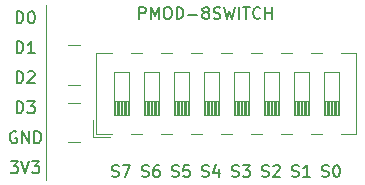
<source format=gbr>
%TF.GenerationSoftware,KiCad,Pcbnew,(5.1.10)-1*%
%TF.CreationDate,2021-08-16T02:03:12+08:00*%
%TF.ProjectId,Pmod-8switch,506d6f64-2d38-4737-9769-7463682e6b69,rev?*%
%TF.SameCoordinates,Original*%
%TF.FileFunction,Legend,Top*%
%TF.FilePolarity,Positive*%
%FSLAX46Y46*%
G04 Gerber Fmt 4.6, Leading zero omitted, Abs format (unit mm)*
G04 Created by KiCad (PCBNEW (5.1.10)-1) date 2021-08-16 02:03:12*
%MOMM*%
%LPD*%
G01*
G04 APERTURE LIST*
%ADD10C,0.150000*%
%ADD11C,0.120000*%
G04 APERTURE END LIST*
D10*
X167458142Y-118232180D02*
X167458142Y-117232180D01*
X167839095Y-117232180D01*
X167934333Y-117279800D01*
X167981952Y-117327419D01*
X168029571Y-117422657D01*
X168029571Y-117565514D01*
X167981952Y-117660752D01*
X167934333Y-117708371D01*
X167839095Y-117755990D01*
X167458142Y-117755990D01*
X168458142Y-118232180D02*
X168458142Y-117232180D01*
X168791476Y-117946466D01*
X169124809Y-117232180D01*
X169124809Y-118232180D01*
X169791476Y-117232180D02*
X169981952Y-117232180D01*
X170077190Y-117279800D01*
X170172428Y-117375038D01*
X170220047Y-117565514D01*
X170220047Y-117898847D01*
X170172428Y-118089323D01*
X170077190Y-118184561D01*
X169981952Y-118232180D01*
X169791476Y-118232180D01*
X169696238Y-118184561D01*
X169601000Y-118089323D01*
X169553380Y-117898847D01*
X169553380Y-117565514D01*
X169601000Y-117375038D01*
X169696238Y-117279800D01*
X169791476Y-117232180D01*
X170648619Y-118232180D02*
X170648619Y-117232180D01*
X170886714Y-117232180D01*
X171029571Y-117279800D01*
X171124809Y-117375038D01*
X171172428Y-117470276D01*
X171220047Y-117660752D01*
X171220047Y-117803609D01*
X171172428Y-117994085D01*
X171124809Y-118089323D01*
X171029571Y-118184561D01*
X170886714Y-118232180D01*
X170648619Y-118232180D01*
X171648619Y-117851228D02*
X172410523Y-117851228D01*
X173029571Y-117660752D02*
X172934333Y-117613133D01*
X172886714Y-117565514D01*
X172839095Y-117470276D01*
X172839095Y-117422657D01*
X172886714Y-117327419D01*
X172934333Y-117279800D01*
X173029571Y-117232180D01*
X173220047Y-117232180D01*
X173315285Y-117279800D01*
X173362904Y-117327419D01*
X173410523Y-117422657D01*
X173410523Y-117470276D01*
X173362904Y-117565514D01*
X173315285Y-117613133D01*
X173220047Y-117660752D01*
X173029571Y-117660752D01*
X172934333Y-117708371D01*
X172886714Y-117755990D01*
X172839095Y-117851228D01*
X172839095Y-118041704D01*
X172886714Y-118136942D01*
X172934333Y-118184561D01*
X173029571Y-118232180D01*
X173220047Y-118232180D01*
X173315285Y-118184561D01*
X173362904Y-118136942D01*
X173410523Y-118041704D01*
X173410523Y-117851228D01*
X173362904Y-117755990D01*
X173315285Y-117708371D01*
X173220047Y-117660752D01*
X173791476Y-118184561D02*
X173934333Y-118232180D01*
X174172428Y-118232180D01*
X174267666Y-118184561D01*
X174315285Y-118136942D01*
X174362904Y-118041704D01*
X174362904Y-117946466D01*
X174315285Y-117851228D01*
X174267666Y-117803609D01*
X174172428Y-117755990D01*
X173981952Y-117708371D01*
X173886714Y-117660752D01*
X173839095Y-117613133D01*
X173791476Y-117517895D01*
X173791476Y-117422657D01*
X173839095Y-117327419D01*
X173886714Y-117279800D01*
X173981952Y-117232180D01*
X174220047Y-117232180D01*
X174362904Y-117279800D01*
X174696238Y-117232180D02*
X174934333Y-118232180D01*
X175124809Y-117517895D01*
X175315285Y-118232180D01*
X175553380Y-117232180D01*
X175934333Y-118232180D02*
X175934333Y-117232180D01*
X176267666Y-117232180D02*
X176839095Y-117232180D01*
X176553380Y-118232180D02*
X176553380Y-117232180D01*
X177743857Y-118136942D02*
X177696238Y-118184561D01*
X177553380Y-118232180D01*
X177458142Y-118232180D01*
X177315285Y-118184561D01*
X177220047Y-118089323D01*
X177172428Y-117994085D01*
X177124809Y-117803609D01*
X177124809Y-117660752D01*
X177172428Y-117470276D01*
X177220047Y-117375038D01*
X177315285Y-117279800D01*
X177458142Y-117232180D01*
X177553380Y-117232180D01*
X177696238Y-117279800D01*
X177743857Y-117327419D01*
X178172428Y-118232180D02*
X178172428Y-117232180D01*
X178172428Y-117708371D02*
X178743857Y-117708371D01*
X178743857Y-118232180D02*
X178743857Y-117232180D01*
X182956295Y-131544961D02*
X183099152Y-131592580D01*
X183337247Y-131592580D01*
X183432485Y-131544961D01*
X183480104Y-131497342D01*
X183527723Y-131402104D01*
X183527723Y-131306866D01*
X183480104Y-131211628D01*
X183432485Y-131164009D01*
X183337247Y-131116390D01*
X183146771Y-131068771D01*
X183051533Y-131021152D01*
X183003914Y-130973533D01*
X182956295Y-130878295D01*
X182956295Y-130783057D01*
X183003914Y-130687819D01*
X183051533Y-130640200D01*
X183146771Y-130592580D01*
X183384866Y-130592580D01*
X183527723Y-130640200D01*
X184146771Y-130592580D02*
X184242009Y-130592580D01*
X184337247Y-130640200D01*
X184384866Y-130687819D01*
X184432485Y-130783057D01*
X184480104Y-130973533D01*
X184480104Y-131211628D01*
X184432485Y-131402104D01*
X184384866Y-131497342D01*
X184337247Y-131544961D01*
X184242009Y-131592580D01*
X184146771Y-131592580D01*
X184051533Y-131544961D01*
X184003914Y-131497342D01*
X183956295Y-131402104D01*
X183908676Y-131211628D01*
X183908676Y-130973533D01*
X183956295Y-130783057D01*
X184003914Y-130687819D01*
X184051533Y-130640200D01*
X184146771Y-130592580D01*
X180416295Y-131544961D02*
X180559152Y-131592580D01*
X180797247Y-131592580D01*
X180892485Y-131544961D01*
X180940104Y-131497342D01*
X180987723Y-131402104D01*
X180987723Y-131306866D01*
X180940104Y-131211628D01*
X180892485Y-131164009D01*
X180797247Y-131116390D01*
X180606771Y-131068771D01*
X180511533Y-131021152D01*
X180463914Y-130973533D01*
X180416295Y-130878295D01*
X180416295Y-130783057D01*
X180463914Y-130687819D01*
X180511533Y-130640200D01*
X180606771Y-130592580D01*
X180844866Y-130592580D01*
X180987723Y-130640200D01*
X181940104Y-131592580D02*
X181368676Y-131592580D01*
X181654390Y-131592580D02*
X181654390Y-130592580D01*
X181559152Y-130735438D01*
X181463914Y-130830676D01*
X181368676Y-130878295D01*
X177876295Y-131544961D02*
X178019152Y-131592580D01*
X178257247Y-131592580D01*
X178352485Y-131544961D01*
X178400104Y-131497342D01*
X178447723Y-131402104D01*
X178447723Y-131306866D01*
X178400104Y-131211628D01*
X178352485Y-131164009D01*
X178257247Y-131116390D01*
X178066771Y-131068771D01*
X177971533Y-131021152D01*
X177923914Y-130973533D01*
X177876295Y-130878295D01*
X177876295Y-130783057D01*
X177923914Y-130687819D01*
X177971533Y-130640200D01*
X178066771Y-130592580D01*
X178304866Y-130592580D01*
X178447723Y-130640200D01*
X178828676Y-130687819D02*
X178876295Y-130640200D01*
X178971533Y-130592580D01*
X179209628Y-130592580D01*
X179304866Y-130640200D01*
X179352485Y-130687819D01*
X179400104Y-130783057D01*
X179400104Y-130878295D01*
X179352485Y-131021152D01*
X178781057Y-131592580D01*
X179400104Y-131592580D01*
X175336295Y-131544961D02*
X175479152Y-131592580D01*
X175717247Y-131592580D01*
X175812485Y-131544961D01*
X175860104Y-131497342D01*
X175907723Y-131402104D01*
X175907723Y-131306866D01*
X175860104Y-131211628D01*
X175812485Y-131164009D01*
X175717247Y-131116390D01*
X175526771Y-131068771D01*
X175431533Y-131021152D01*
X175383914Y-130973533D01*
X175336295Y-130878295D01*
X175336295Y-130783057D01*
X175383914Y-130687819D01*
X175431533Y-130640200D01*
X175526771Y-130592580D01*
X175764866Y-130592580D01*
X175907723Y-130640200D01*
X176241057Y-130592580D02*
X176860104Y-130592580D01*
X176526771Y-130973533D01*
X176669628Y-130973533D01*
X176764866Y-131021152D01*
X176812485Y-131068771D01*
X176860104Y-131164009D01*
X176860104Y-131402104D01*
X176812485Y-131497342D01*
X176764866Y-131544961D01*
X176669628Y-131592580D01*
X176383914Y-131592580D01*
X176288676Y-131544961D01*
X176241057Y-131497342D01*
X172796295Y-131544961D02*
X172939152Y-131592580D01*
X173177247Y-131592580D01*
X173272485Y-131544961D01*
X173320104Y-131497342D01*
X173367723Y-131402104D01*
X173367723Y-131306866D01*
X173320104Y-131211628D01*
X173272485Y-131164009D01*
X173177247Y-131116390D01*
X172986771Y-131068771D01*
X172891533Y-131021152D01*
X172843914Y-130973533D01*
X172796295Y-130878295D01*
X172796295Y-130783057D01*
X172843914Y-130687819D01*
X172891533Y-130640200D01*
X172986771Y-130592580D01*
X173224866Y-130592580D01*
X173367723Y-130640200D01*
X174224866Y-130925914D02*
X174224866Y-131592580D01*
X173986771Y-130544961D02*
X173748676Y-131259247D01*
X174367723Y-131259247D01*
X170256295Y-131544961D02*
X170399152Y-131592580D01*
X170637247Y-131592580D01*
X170732485Y-131544961D01*
X170780104Y-131497342D01*
X170827723Y-131402104D01*
X170827723Y-131306866D01*
X170780104Y-131211628D01*
X170732485Y-131164009D01*
X170637247Y-131116390D01*
X170446771Y-131068771D01*
X170351533Y-131021152D01*
X170303914Y-130973533D01*
X170256295Y-130878295D01*
X170256295Y-130783057D01*
X170303914Y-130687819D01*
X170351533Y-130640200D01*
X170446771Y-130592580D01*
X170684866Y-130592580D01*
X170827723Y-130640200D01*
X171732485Y-130592580D02*
X171256295Y-130592580D01*
X171208676Y-131068771D01*
X171256295Y-131021152D01*
X171351533Y-130973533D01*
X171589628Y-130973533D01*
X171684866Y-131021152D01*
X171732485Y-131068771D01*
X171780104Y-131164009D01*
X171780104Y-131402104D01*
X171732485Y-131497342D01*
X171684866Y-131544961D01*
X171589628Y-131592580D01*
X171351533Y-131592580D01*
X171256295Y-131544961D01*
X171208676Y-131497342D01*
X167716295Y-131544961D02*
X167859152Y-131592580D01*
X168097247Y-131592580D01*
X168192485Y-131544961D01*
X168240104Y-131497342D01*
X168287723Y-131402104D01*
X168287723Y-131306866D01*
X168240104Y-131211628D01*
X168192485Y-131164009D01*
X168097247Y-131116390D01*
X167906771Y-131068771D01*
X167811533Y-131021152D01*
X167763914Y-130973533D01*
X167716295Y-130878295D01*
X167716295Y-130783057D01*
X167763914Y-130687819D01*
X167811533Y-130640200D01*
X167906771Y-130592580D01*
X168144866Y-130592580D01*
X168287723Y-130640200D01*
X169144866Y-130592580D02*
X168954390Y-130592580D01*
X168859152Y-130640200D01*
X168811533Y-130687819D01*
X168716295Y-130830676D01*
X168668676Y-131021152D01*
X168668676Y-131402104D01*
X168716295Y-131497342D01*
X168763914Y-131544961D01*
X168859152Y-131592580D01*
X169049628Y-131592580D01*
X169144866Y-131544961D01*
X169192485Y-131497342D01*
X169240104Y-131402104D01*
X169240104Y-131164009D01*
X169192485Y-131068771D01*
X169144866Y-131021152D01*
X169049628Y-130973533D01*
X168859152Y-130973533D01*
X168763914Y-131021152D01*
X168716295Y-131068771D01*
X168668676Y-131164009D01*
X165176295Y-131544961D02*
X165319152Y-131592580D01*
X165557247Y-131592580D01*
X165652485Y-131544961D01*
X165700104Y-131497342D01*
X165747723Y-131402104D01*
X165747723Y-131306866D01*
X165700104Y-131211628D01*
X165652485Y-131164009D01*
X165557247Y-131116390D01*
X165366771Y-131068771D01*
X165271533Y-131021152D01*
X165223914Y-130973533D01*
X165176295Y-130878295D01*
X165176295Y-130783057D01*
X165223914Y-130687819D01*
X165271533Y-130640200D01*
X165366771Y-130592580D01*
X165604866Y-130592580D01*
X165747723Y-130640200D01*
X166081057Y-130592580D02*
X166747723Y-130592580D01*
X166319152Y-131592580D01*
D11*
X159613600Y-117043200D02*
X159613600Y-131851400D01*
D10*
X157106804Y-126195080D02*
X157106804Y-125195080D01*
X157344900Y-125195080D01*
X157487757Y-125242700D01*
X157582995Y-125337938D01*
X157630614Y-125433176D01*
X157678233Y-125623652D01*
X157678233Y-125766509D01*
X157630614Y-125956985D01*
X157582995Y-126052223D01*
X157487757Y-126147461D01*
X157344900Y-126195080D01*
X157106804Y-126195080D01*
X158011566Y-125195080D02*
X158630614Y-125195080D01*
X158297280Y-125576033D01*
X158440138Y-125576033D01*
X158535376Y-125623652D01*
X158582995Y-125671271D01*
X158630614Y-125766509D01*
X158630614Y-126004604D01*
X158582995Y-126099842D01*
X158535376Y-126147461D01*
X158440138Y-126195080D01*
X158154423Y-126195080D01*
X158059185Y-126147461D01*
X158011566Y-126099842D01*
X156606804Y-130275080D02*
X157225852Y-130275080D01*
X156892519Y-130656033D01*
X157035376Y-130656033D01*
X157130614Y-130703652D01*
X157178233Y-130751271D01*
X157225852Y-130846509D01*
X157225852Y-131084604D01*
X157178233Y-131179842D01*
X157130614Y-131227461D01*
X157035376Y-131275080D01*
X156749661Y-131275080D01*
X156654423Y-131227461D01*
X156606804Y-131179842D01*
X157511566Y-130275080D02*
X157844900Y-131275080D01*
X158178233Y-130275080D01*
X158416328Y-130275080D02*
X159035376Y-130275080D01*
X158702042Y-130656033D01*
X158844900Y-130656033D01*
X158940138Y-130703652D01*
X158987757Y-130751271D01*
X159035376Y-130846509D01*
X159035376Y-131084604D01*
X158987757Y-131179842D01*
X158940138Y-131227461D01*
X158844900Y-131275080D01*
X158559185Y-131275080D01*
X158463947Y-131227461D01*
X158416328Y-131179842D01*
X157106804Y-123655080D02*
X157106804Y-122655080D01*
X157344900Y-122655080D01*
X157487757Y-122702700D01*
X157582995Y-122797938D01*
X157630614Y-122893176D01*
X157678233Y-123083652D01*
X157678233Y-123226509D01*
X157630614Y-123416985D01*
X157582995Y-123512223D01*
X157487757Y-123607461D01*
X157344900Y-123655080D01*
X157106804Y-123655080D01*
X158059185Y-122750319D02*
X158106804Y-122702700D01*
X158202042Y-122655080D01*
X158440138Y-122655080D01*
X158535376Y-122702700D01*
X158582995Y-122750319D01*
X158630614Y-122845557D01*
X158630614Y-122940795D01*
X158582995Y-123083652D01*
X158011566Y-123655080D01*
X158630614Y-123655080D01*
X157106804Y-121115080D02*
X157106804Y-120115080D01*
X157344900Y-120115080D01*
X157487757Y-120162700D01*
X157582995Y-120257938D01*
X157630614Y-120353176D01*
X157678233Y-120543652D01*
X157678233Y-120686509D01*
X157630614Y-120876985D01*
X157582995Y-120972223D01*
X157487757Y-121067461D01*
X157344900Y-121115080D01*
X157106804Y-121115080D01*
X158630614Y-121115080D02*
X158059185Y-121115080D01*
X158344900Y-121115080D02*
X158344900Y-120115080D01*
X158249661Y-120257938D01*
X158154423Y-120353176D01*
X158059185Y-120400795D01*
X157106804Y-118575080D02*
X157106804Y-117575080D01*
X157344900Y-117575080D01*
X157487757Y-117622700D01*
X157582995Y-117717938D01*
X157630614Y-117813176D01*
X157678233Y-118003652D01*
X157678233Y-118146509D01*
X157630614Y-118336985D01*
X157582995Y-118432223D01*
X157487757Y-118527461D01*
X157344900Y-118575080D01*
X157106804Y-118575080D01*
X158297280Y-117575080D02*
X158392519Y-117575080D01*
X158487757Y-117622700D01*
X158535376Y-117670319D01*
X158582995Y-117765557D01*
X158630614Y-117956033D01*
X158630614Y-118194128D01*
X158582995Y-118384604D01*
X158535376Y-118479842D01*
X158487757Y-118527461D01*
X158392519Y-118575080D01*
X158297280Y-118575080D01*
X158202042Y-118527461D01*
X158154423Y-118479842D01*
X158106804Y-118384604D01*
X158059185Y-118194128D01*
X158059185Y-117956033D01*
X158106804Y-117765557D01*
X158154423Y-117670319D01*
X158202042Y-117622700D01*
X158297280Y-117575080D01*
X157082995Y-127782700D02*
X156987757Y-127735080D01*
X156844900Y-127735080D01*
X156702042Y-127782700D01*
X156606804Y-127877938D01*
X156559185Y-127973176D01*
X156511566Y-128163652D01*
X156511566Y-128306509D01*
X156559185Y-128496985D01*
X156606804Y-128592223D01*
X156702042Y-128687461D01*
X156844900Y-128735080D01*
X156940138Y-128735080D01*
X157082995Y-128687461D01*
X157130614Y-128639842D01*
X157130614Y-128306509D01*
X156940138Y-128306509D01*
X157559185Y-128735080D02*
X157559185Y-127735080D01*
X158130614Y-128735080D01*
X158130614Y-127735080D01*
X158606804Y-128735080D02*
X158606804Y-127735080D01*
X158844900Y-127735080D01*
X158987757Y-127782700D01*
X159082995Y-127877938D01*
X159130614Y-127973176D01*
X159178233Y-128163652D01*
X159178233Y-128306509D01*
X159130614Y-128496985D01*
X159082995Y-128592223D01*
X158987757Y-128687461D01*
X158844900Y-128735080D01*
X158606804Y-128735080D01*
D11*
%TO.C,SW1*%
X163853600Y-127958900D02*
X163853600Y-121138900D01*
X185854600Y-127958900D02*
X185854600Y-121138900D01*
X163853600Y-127958900D02*
X165163600Y-127958900D01*
X166763600Y-127958900D02*
X167703600Y-127958900D01*
X169303600Y-127958900D02*
X170243600Y-127958900D01*
X171843600Y-127958900D02*
X172783600Y-127958900D01*
X174383600Y-127958900D02*
X175323600Y-127958900D01*
X176923600Y-127958900D02*
X177863600Y-127958900D01*
X179463600Y-127958900D02*
X180403600Y-127958900D01*
X182003600Y-127958900D02*
X182943600Y-127958900D01*
X184543600Y-127958900D02*
X185854600Y-127958900D01*
X184543600Y-121138900D02*
X185854600Y-121138900D01*
X182004600Y-121138900D02*
X182943600Y-121138900D01*
X179464600Y-121138900D02*
X180404600Y-121138900D01*
X176924600Y-121138900D02*
X177864600Y-121138900D01*
X174384600Y-121138900D02*
X175324600Y-121138900D01*
X171844600Y-121138900D02*
X172784600Y-121138900D01*
X169304600Y-121138900D02*
X170244600Y-121138900D01*
X163853600Y-121138900D02*
X165163600Y-121138900D01*
X166764600Y-121138900D02*
X167704600Y-121138900D01*
X163613600Y-128198900D02*
X163613600Y-126815900D01*
X163613600Y-128198900D02*
X164996600Y-128198900D01*
X165328600Y-126358900D02*
X166598600Y-126358900D01*
X166598600Y-126358900D02*
X166598600Y-122738900D01*
X166598600Y-122738900D02*
X165328600Y-122738900D01*
X165328600Y-122738900D02*
X165328600Y-126358900D01*
X165448600Y-126358900D02*
X165448600Y-125152233D01*
X165568600Y-126358900D02*
X165568600Y-125152233D01*
X165688600Y-126358900D02*
X165688600Y-125152233D01*
X165808600Y-126358900D02*
X165808600Y-125152233D01*
X165928600Y-126358900D02*
X165928600Y-125152233D01*
X166048600Y-126358900D02*
X166048600Y-125152233D01*
X166168600Y-126358900D02*
X166168600Y-125152233D01*
X166288600Y-126358900D02*
X166288600Y-125152233D01*
X166408600Y-126358900D02*
X166408600Y-125152233D01*
X166528600Y-126358900D02*
X166528600Y-125152233D01*
X165328600Y-125152233D02*
X166598600Y-125152233D01*
X167868600Y-126358900D02*
X169138600Y-126358900D01*
X169138600Y-126358900D02*
X169138600Y-122738900D01*
X169138600Y-122738900D02*
X167868600Y-122738900D01*
X167868600Y-122738900D02*
X167868600Y-126358900D01*
X167988600Y-126358900D02*
X167988600Y-125152233D01*
X168108600Y-126358900D02*
X168108600Y-125152233D01*
X168228600Y-126358900D02*
X168228600Y-125152233D01*
X168348600Y-126358900D02*
X168348600Y-125152233D01*
X168468600Y-126358900D02*
X168468600Y-125152233D01*
X168588600Y-126358900D02*
X168588600Y-125152233D01*
X168708600Y-126358900D02*
X168708600Y-125152233D01*
X168828600Y-126358900D02*
X168828600Y-125152233D01*
X168948600Y-126358900D02*
X168948600Y-125152233D01*
X169068600Y-126358900D02*
X169068600Y-125152233D01*
X167868600Y-125152233D02*
X169138600Y-125152233D01*
X170408600Y-126358900D02*
X171678600Y-126358900D01*
X171678600Y-126358900D02*
X171678600Y-122738900D01*
X171678600Y-122738900D02*
X170408600Y-122738900D01*
X170408600Y-122738900D02*
X170408600Y-126358900D01*
X170528600Y-126358900D02*
X170528600Y-125152233D01*
X170648600Y-126358900D02*
X170648600Y-125152233D01*
X170768600Y-126358900D02*
X170768600Y-125152233D01*
X170888600Y-126358900D02*
X170888600Y-125152233D01*
X171008600Y-126358900D02*
X171008600Y-125152233D01*
X171128600Y-126358900D02*
X171128600Y-125152233D01*
X171248600Y-126358900D02*
X171248600Y-125152233D01*
X171368600Y-126358900D02*
X171368600Y-125152233D01*
X171488600Y-126358900D02*
X171488600Y-125152233D01*
X171608600Y-126358900D02*
X171608600Y-125152233D01*
X170408600Y-125152233D02*
X171678600Y-125152233D01*
X172948600Y-126358900D02*
X174218600Y-126358900D01*
X174218600Y-126358900D02*
X174218600Y-122738900D01*
X174218600Y-122738900D02*
X172948600Y-122738900D01*
X172948600Y-122738900D02*
X172948600Y-126358900D01*
X173068600Y-126358900D02*
X173068600Y-125152233D01*
X173188600Y-126358900D02*
X173188600Y-125152233D01*
X173308600Y-126358900D02*
X173308600Y-125152233D01*
X173428600Y-126358900D02*
X173428600Y-125152233D01*
X173548600Y-126358900D02*
X173548600Y-125152233D01*
X173668600Y-126358900D02*
X173668600Y-125152233D01*
X173788600Y-126358900D02*
X173788600Y-125152233D01*
X173908600Y-126358900D02*
X173908600Y-125152233D01*
X174028600Y-126358900D02*
X174028600Y-125152233D01*
X174148600Y-126358900D02*
X174148600Y-125152233D01*
X172948600Y-125152233D02*
X174218600Y-125152233D01*
X175488600Y-126358900D02*
X176758600Y-126358900D01*
X176758600Y-126358900D02*
X176758600Y-122738900D01*
X176758600Y-122738900D02*
X175488600Y-122738900D01*
X175488600Y-122738900D02*
X175488600Y-126358900D01*
X175608600Y-126358900D02*
X175608600Y-125152233D01*
X175728600Y-126358900D02*
X175728600Y-125152233D01*
X175848600Y-126358900D02*
X175848600Y-125152233D01*
X175968600Y-126358900D02*
X175968600Y-125152233D01*
X176088600Y-126358900D02*
X176088600Y-125152233D01*
X176208600Y-126358900D02*
X176208600Y-125152233D01*
X176328600Y-126358900D02*
X176328600Y-125152233D01*
X176448600Y-126358900D02*
X176448600Y-125152233D01*
X176568600Y-126358900D02*
X176568600Y-125152233D01*
X176688600Y-126358900D02*
X176688600Y-125152233D01*
X175488600Y-125152233D02*
X176758600Y-125152233D01*
X178028600Y-126358900D02*
X179298600Y-126358900D01*
X179298600Y-126358900D02*
X179298600Y-122738900D01*
X179298600Y-122738900D02*
X178028600Y-122738900D01*
X178028600Y-122738900D02*
X178028600Y-126358900D01*
X178148600Y-126358900D02*
X178148600Y-125152233D01*
X178268600Y-126358900D02*
X178268600Y-125152233D01*
X178388600Y-126358900D02*
X178388600Y-125152233D01*
X178508600Y-126358900D02*
X178508600Y-125152233D01*
X178628600Y-126358900D02*
X178628600Y-125152233D01*
X178748600Y-126358900D02*
X178748600Y-125152233D01*
X178868600Y-126358900D02*
X178868600Y-125152233D01*
X178988600Y-126358900D02*
X178988600Y-125152233D01*
X179108600Y-126358900D02*
X179108600Y-125152233D01*
X179228600Y-126358900D02*
X179228600Y-125152233D01*
X178028600Y-125152233D02*
X179298600Y-125152233D01*
X180568600Y-126358900D02*
X181838600Y-126358900D01*
X181838600Y-126358900D02*
X181838600Y-122738900D01*
X181838600Y-122738900D02*
X180568600Y-122738900D01*
X180568600Y-122738900D02*
X180568600Y-126358900D01*
X180688600Y-126358900D02*
X180688600Y-125152233D01*
X180808600Y-126358900D02*
X180808600Y-125152233D01*
X180928600Y-126358900D02*
X180928600Y-125152233D01*
X181048600Y-126358900D02*
X181048600Y-125152233D01*
X181168600Y-126358900D02*
X181168600Y-125152233D01*
X181288600Y-126358900D02*
X181288600Y-125152233D01*
X181408600Y-126358900D02*
X181408600Y-125152233D01*
X181528600Y-126358900D02*
X181528600Y-125152233D01*
X181648600Y-126358900D02*
X181648600Y-125152233D01*
X181768600Y-126358900D02*
X181768600Y-125152233D01*
X180568600Y-125152233D02*
X181838600Y-125152233D01*
X183108600Y-126358900D02*
X184378600Y-126358900D01*
X184378600Y-126358900D02*
X184378600Y-122738900D01*
X184378600Y-122738900D02*
X183108600Y-122738900D01*
X183108600Y-122738900D02*
X183108600Y-126358900D01*
X183228600Y-126358900D02*
X183228600Y-125152233D01*
X183348600Y-126358900D02*
X183348600Y-125152233D01*
X183468600Y-126358900D02*
X183468600Y-125152233D01*
X183588600Y-126358900D02*
X183588600Y-125152233D01*
X183708600Y-126358900D02*
X183708600Y-125152233D01*
X183828600Y-126358900D02*
X183828600Y-125152233D01*
X183948600Y-126358900D02*
X183948600Y-125152233D01*
X184068600Y-126358900D02*
X184068600Y-125152233D01*
X184188600Y-126358900D02*
X184188600Y-125152233D01*
X184308600Y-126358900D02*
X184308600Y-125152233D01*
X183108600Y-125152233D02*
X184378600Y-125152233D01*
%TO.C,RN2*%
X161450400Y-125312000D02*
X162450400Y-125312000D01*
X161450400Y-128672000D02*
X162450400Y-128672000D01*
%TO.C,RN1*%
X161450400Y-120425800D02*
X162450400Y-120425800D01*
X161450400Y-123785800D02*
X162450400Y-123785800D01*
%TD*%
M02*

</source>
